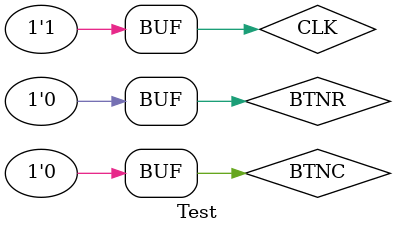
<source format=v>
`timescale 1ns / 1ps

module Test;

	// Inputs
	reg CLK;
	reg BTNC;
	reg BTNR;

	// Outputs
	wire [6:0] SEG;
	wire [2:0] AN;
	wire LED0;

	// Instantiate the Unit Under Test (UUT)
	Top uut (
		.CLK(CLK), 
		.BTNC(BTNC), 
		.BTNR(BTNR), 
		.SEG(SEG), 
		.AN(AN), 
		.LED0(LED0)
	);

   always begin
      CLK = 1'b0; #25;
      CLK = 1'b1; #25;
		
   end  
	
   always begin
		BTNC = 1;
		#20000;
		BTNC = 0;
		#20000;
   end  
	
	initial begin
		BTNR = 1; #100;
		BTNR = 0;
	end
      
endmodule


</source>
